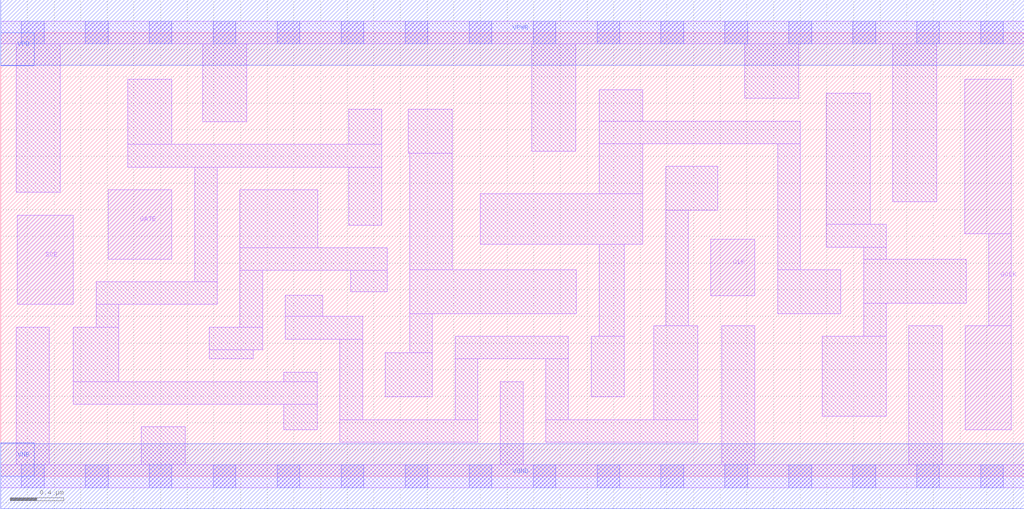
<source format=lef>
# Copyright 2020 The SkyWater PDK Authors
#
# Licensed under the Apache License, Version 2.0 (the "License");
# you may not use this file except in compliance with the License.
# You may obtain a copy of the License at
#
#     https://www.apache.org/licenses/LICENSE-2.0
#
# Unless required by applicable law or agreed to in writing, software
# distributed under the License is distributed on an "AS IS" BASIS,
# WITHOUT WARRANTIES OR CONDITIONS OF ANY KIND, either express or implied.
# See the License for the specific language governing permissions and
# limitations under the License.
#
# SPDX-License-Identifier: Apache-2.0

VERSION 5.5 ;
NAMESCASESENSITIVE ON ;
BUSBITCHARS "[]" ;
DIVIDERCHAR "/" ;
MACRO sky130_fd_sc_ms__sdlclkp_1
  CLASS CORE ;
  SOURCE USER ;
  ORIGIN  0.000000  0.000000 ;
  SIZE  7.680000 BY  3.330000 ;
  SYMMETRY X Y ;
  SITE unit ;
  PIN GATE
    ANTENNAGATEAREA  0.208000 ;
    DIRECTION INPUT ;
    USE SIGNAL ;
    PORT
      LAYER li1 ;
        RECT 0.805000 1.630000 1.285000 2.150000 ;
    END
  END GATE
  PIN GCLK
    ANTENNADIFFAREA  0.632800 ;
    DIRECTION OUTPUT ;
    USE SIGNAL ;
    PORT
      LAYER li1 ;
        RECT 7.235000 1.820000 7.585000 2.980000 ;
        RECT 7.240000 0.350000 7.585000 1.130000 ;
        RECT 7.415000 1.130000 7.585000 1.820000 ;
    END
  END GCLK
  PIN SCE
    ANTENNAGATEAREA  0.208000 ;
    DIRECTION INPUT ;
    USE SIGNAL ;
    PORT
      LAYER li1 ;
        RECT 0.125000 1.290000 0.545000 1.960000 ;
    END
  END SCE
  PIN CLK
    ANTENNAGATEAREA  0.459000 ;
    DIRECTION INPUT ;
    USE CLOCK ;
    PORT
      LAYER li1 ;
        RECT 5.330000 1.355000 5.660000 1.780000 ;
    END
  END CLK
  PIN VGND
    DIRECTION INOUT ;
    USE GROUND ;
    PORT
      LAYER met1 ;
        RECT 0.000000 -0.245000 7.680000 0.245000 ;
    END
  END VGND
  PIN VNB
    DIRECTION INOUT ;
    USE GROUND ;
    PORT
    END
  END VNB
  PIN VPB
    DIRECTION INOUT ;
    USE POWER ;
    PORT
    END
  END VPB
  PIN VNB
    DIRECTION INOUT ;
    USE GROUND ;
    PORT
      LAYER met1 ;
        RECT 0.000000 0.000000 0.250000 0.250000 ;
    END
  END VNB
  PIN VPB
    DIRECTION INOUT ;
    USE POWER ;
    PORT
      LAYER met1 ;
        RECT 0.000000 3.080000 0.250000 3.330000 ;
    END
  END VPB
  PIN VPWR
    DIRECTION INOUT ;
    USE POWER ;
    PORT
      LAYER met1 ;
        RECT 0.000000 3.085000 7.680000 3.575000 ;
    END
  END VPWR
  OBS
    LAYER li1 ;
      RECT 0.000000 -0.085000 7.680000 0.085000 ;
      RECT 0.000000  3.245000 7.680000 3.415000 ;
      RECT 0.115000  0.085000 0.365000 1.120000 ;
      RECT 0.115000  2.130000 0.445000 3.245000 ;
      RECT 0.545000  0.540000 2.375000 0.710000 ;
      RECT 0.545000  0.710000 0.885000 1.120000 ;
      RECT 0.715000  1.120000 0.885000 1.290000 ;
      RECT 0.715000  1.290000 1.625000 1.460000 ;
      RECT 0.955000  2.320000 2.860000 2.490000 ;
      RECT 0.955000  2.490000 1.285000 2.980000 ;
      RECT 1.055000  0.085000 1.385000 0.370000 ;
      RECT 1.455000  1.460000 1.625000 2.320000 ;
      RECT 1.515000  2.660000 1.845000 3.245000 ;
      RECT 1.565000  0.880000 1.895000 0.950000 ;
      RECT 1.565000  0.950000 1.965000 1.120000 ;
      RECT 1.795000  1.120000 1.965000 1.545000 ;
      RECT 1.795000  1.545000 2.900000 1.715000 ;
      RECT 1.795000  1.715000 2.380000 2.150000 ;
      RECT 2.125000  0.350000 2.375000 0.540000 ;
      RECT 2.125000  0.710000 2.375000 0.780000 ;
      RECT 2.135000  1.030000 2.715000 1.200000 ;
      RECT 2.135000  1.200000 2.415000 1.360000 ;
      RECT 2.545000  0.255000 3.580000 0.425000 ;
      RECT 2.545000  0.425000 2.715000 1.030000 ;
      RECT 2.610000  1.885000 2.860000 2.320000 ;
      RECT 2.610000  2.490000 2.860000 2.755000 ;
      RECT 2.625000  1.385000 2.900000 1.545000 ;
      RECT 2.885000  0.595000 3.240000 0.925000 ;
      RECT 3.060000  2.425000 3.390000 2.755000 ;
      RECT 3.070000  0.925000 3.240000 1.220000 ;
      RECT 3.070000  1.220000 4.320000 1.550000 ;
      RECT 3.070000  1.550000 3.390000 2.425000 ;
      RECT 3.410000  0.425000 3.580000 0.880000 ;
      RECT 3.410000  0.880000 4.260000 1.050000 ;
      RECT 3.600000  1.740000 4.820000 2.120000 ;
      RECT 3.750000  0.085000 3.920000 0.710000 ;
      RECT 3.985000  2.440000 4.315000 3.245000 ;
      RECT 4.090000  0.255000 5.230000 0.425000 ;
      RECT 4.090000  0.425000 4.260000 0.880000 ;
      RECT 4.430000  0.595000 4.680000 1.050000 ;
      RECT 4.490000  1.050000 4.680000 1.740000 ;
      RECT 4.490000  2.120000 4.820000 2.495000 ;
      RECT 4.490000  2.495000 6.000000 2.665000 ;
      RECT 4.490000  2.665000 4.820000 2.900000 ;
      RECT 4.900000  0.425000 5.230000 1.130000 ;
      RECT 4.990000  1.130000 5.160000 1.995000 ;
      RECT 4.990000  1.995000 5.380000 2.325000 ;
      RECT 5.410000  0.085000 5.660000 1.130000 ;
      RECT 5.585000  2.835000 5.990000 3.245000 ;
      RECT 5.830000  1.220000 6.305000 1.550000 ;
      RECT 5.830000  1.550000 6.000000 2.495000 ;
      RECT 6.165000  0.450000 6.645000 1.050000 ;
      RECT 6.195000  1.720000 6.645000 1.890000 ;
      RECT 6.195000  1.890000 6.525000 2.875000 ;
      RECT 6.475000  1.050000 6.645000 1.300000 ;
      RECT 6.475000  1.300000 7.245000 1.630000 ;
      RECT 6.475000  1.630000 6.645000 1.720000 ;
      RECT 6.695000  2.060000 7.025000 3.245000 ;
      RECT 6.815000  0.085000 7.065000 1.130000 ;
    LAYER mcon ;
      RECT 0.155000 -0.085000 0.325000 0.085000 ;
      RECT 0.155000  3.245000 0.325000 3.415000 ;
      RECT 0.635000 -0.085000 0.805000 0.085000 ;
      RECT 0.635000  3.245000 0.805000 3.415000 ;
      RECT 1.115000 -0.085000 1.285000 0.085000 ;
      RECT 1.115000  3.245000 1.285000 3.415000 ;
      RECT 1.595000 -0.085000 1.765000 0.085000 ;
      RECT 1.595000  3.245000 1.765000 3.415000 ;
      RECT 2.075000 -0.085000 2.245000 0.085000 ;
      RECT 2.075000  3.245000 2.245000 3.415000 ;
      RECT 2.555000 -0.085000 2.725000 0.085000 ;
      RECT 2.555000  3.245000 2.725000 3.415000 ;
      RECT 3.035000 -0.085000 3.205000 0.085000 ;
      RECT 3.035000  3.245000 3.205000 3.415000 ;
      RECT 3.515000 -0.085000 3.685000 0.085000 ;
      RECT 3.515000  3.245000 3.685000 3.415000 ;
      RECT 3.995000 -0.085000 4.165000 0.085000 ;
      RECT 3.995000  3.245000 4.165000 3.415000 ;
      RECT 4.475000 -0.085000 4.645000 0.085000 ;
      RECT 4.475000  3.245000 4.645000 3.415000 ;
      RECT 4.955000 -0.085000 5.125000 0.085000 ;
      RECT 4.955000  3.245000 5.125000 3.415000 ;
      RECT 5.435000 -0.085000 5.605000 0.085000 ;
      RECT 5.435000  3.245000 5.605000 3.415000 ;
      RECT 5.915000 -0.085000 6.085000 0.085000 ;
      RECT 5.915000  3.245000 6.085000 3.415000 ;
      RECT 6.395000 -0.085000 6.565000 0.085000 ;
      RECT 6.395000  3.245000 6.565000 3.415000 ;
      RECT 6.875000 -0.085000 7.045000 0.085000 ;
      RECT 6.875000  3.245000 7.045000 3.415000 ;
      RECT 7.355000 -0.085000 7.525000 0.085000 ;
      RECT 7.355000  3.245000 7.525000 3.415000 ;
  END
END sky130_fd_sc_ms__sdlclkp_1
END LIBRARY

</source>
